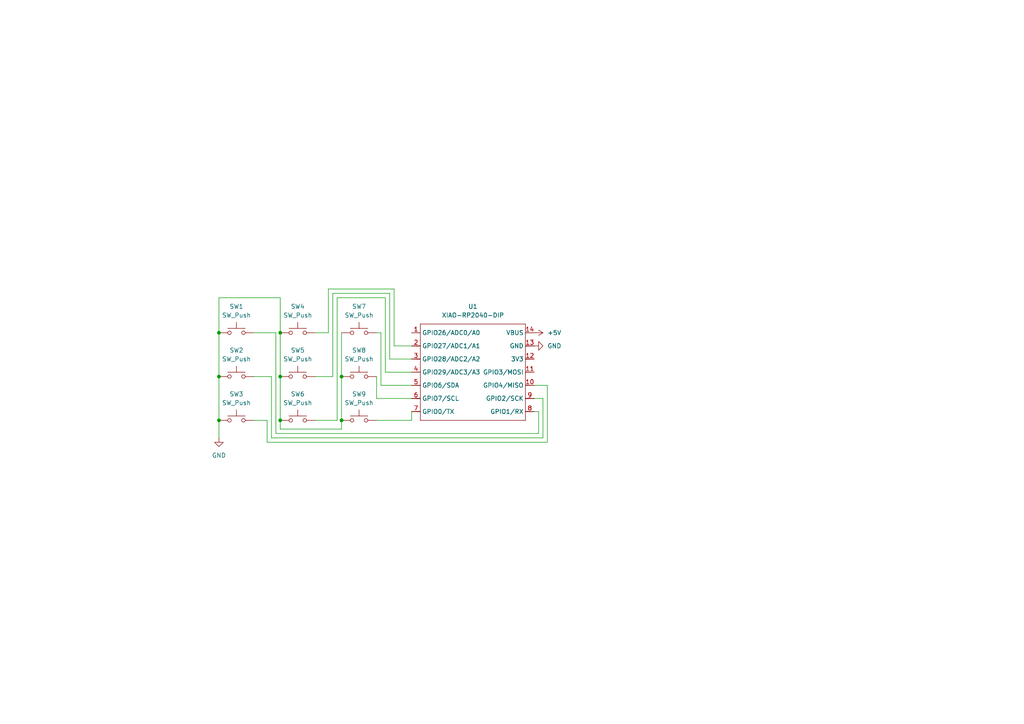
<source format=kicad_sch>
(kicad_sch
	(version 20250114)
	(generator "eeschema")
	(generator_version "9.0")
	(uuid "bfc1b103-02df-4bdc-b467-a203cb055a5b")
	(paper "A4")
	(lib_symbols
		(symbol "Seeed_Studio_XIAO_Series:XIAO-RP2040-DIP"
			(exclude_from_sim no)
			(in_bom yes)
			(on_board yes)
			(property "Reference" "U"
				(at 0 0 0)
				(effects
					(font
						(size 1.27 1.27)
					)
				)
			)
			(property "Value" "XIAO-RP2040-DIP"
				(at 5.334 -1.778 0)
				(effects
					(font
						(size 1.27 1.27)
					)
				)
			)
			(property "Footprint" "Module:MOUDLE14P-XIAO-DIP-SMD"
				(at 14.478 -32.258 0)
				(effects
					(font
						(size 1.27 1.27)
					)
					(hide yes)
				)
			)
			(property "Datasheet" ""
				(at 0 0 0)
				(effects
					(font
						(size 1.27 1.27)
					)
					(hide yes)
				)
			)
			(property "Description" ""
				(at 0 0 0)
				(effects
					(font
						(size 1.27 1.27)
					)
					(hide yes)
				)
			)
			(symbol "XIAO-RP2040-DIP_1_0"
				(polyline
					(pts
						(xy -1.27 -2.54) (xy 29.21 -2.54)
					)
					(stroke
						(width 0.1524)
						(type solid)
					)
					(fill
						(type none)
					)
				)
				(polyline
					(pts
						(xy -1.27 -5.08) (xy -2.54 -5.08)
					)
					(stroke
						(width 0.1524)
						(type solid)
					)
					(fill
						(type none)
					)
				)
				(polyline
					(pts
						(xy -1.27 -5.08) (xy -1.27 -2.54)
					)
					(stroke
						(width 0.1524)
						(type solid)
					)
					(fill
						(type none)
					)
				)
				(polyline
					(pts
						(xy -1.27 -8.89) (xy -2.54 -8.89)
					)
					(stroke
						(width 0.1524)
						(type solid)
					)
					(fill
						(type none)
					)
				)
				(polyline
					(pts
						(xy -1.27 -8.89) (xy -1.27 -5.08)
					)
					(stroke
						(width 0.1524)
						(type solid)
					)
					(fill
						(type none)
					)
				)
				(polyline
					(pts
						(xy -1.27 -12.7) (xy -2.54 -12.7)
					)
					(stroke
						(width 0.1524)
						(type solid)
					)
					(fill
						(type none)
					)
				)
				(polyline
					(pts
						(xy -1.27 -12.7) (xy -1.27 -8.89)
					)
					(stroke
						(width 0.1524)
						(type solid)
					)
					(fill
						(type none)
					)
				)
				(polyline
					(pts
						(xy -1.27 -16.51) (xy -2.54 -16.51)
					)
					(stroke
						(width 0.1524)
						(type solid)
					)
					(fill
						(type none)
					)
				)
				(polyline
					(pts
						(xy -1.27 -16.51) (xy -1.27 -12.7)
					)
					(stroke
						(width 0.1524)
						(type solid)
					)
					(fill
						(type none)
					)
				)
				(polyline
					(pts
						(xy -1.27 -20.32) (xy -2.54 -20.32)
					)
					(stroke
						(width 0.1524)
						(type solid)
					)
					(fill
						(type none)
					)
				)
				(polyline
					(pts
						(xy -1.27 -24.13) (xy -2.54 -24.13)
					)
					(stroke
						(width 0.1524)
						(type solid)
					)
					(fill
						(type none)
					)
				)
				(polyline
					(pts
						(xy -1.27 -27.94) (xy -2.54 -27.94)
					)
					(stroke
						(width 0.1524)
						(type solid)
					)
					(fill
						(type none)
					)
				)
				(polyline
					(pts
						(xy -1.27 -30.48) (xy -1.27 -16.51)
					)
					(stroke
						(width 0.1524)
						(type solid)
					)
					(fill
						(type none)
					)
				)
				(polyline
					(pts
						(xy 29.21 -2.54) (xy 29.21 -5.08)
					)
					(stroke
						(width 0.1524)
						(type solid)
					)
					(fill
						(type none)
					)
				)
				(polyline
					(pts
						(xy 29.21 -5.08) (xy 29.21 -8.89)
					)
					(stroke
						(width 0.1524)
						(type solid)
					)
					(fill
						(type none)
					)
				)
				(polyline
					(pts
						(xy 29.21 -8.89) (xy 29.21 -12.7)
					)
					(stroke
						(width 0.1524)
						(type solid)
					)
					(fill
						(type none)
					)
				)
				(polyline
					(pts
						(xy 29.21 -12.7) (xy 29.21 -30.48)
					)
					(stroke
						(width 0.1524)
						(type solid)
					)
					(fill
						(type none)
					)
				)
				(polyline
					(pts
						(xy 29.21 -30.48) (xy -1.27 -30.48)
					)
					(stroke
						(width 0.1524)
						(type solid)
					)
					(fill
						(type none)
					)
				)
				(polyline
					(pts
						(xy 30.48 -5.08) (xy 29.21 -5.08)
					)
					(stroke
						(width 0.1524)
						(type solid)
					)
					(fill
						(type none)
					)
				)
				(polyline
					(pts
						(xy 30.48 -8.89) (xy 29.21 -8.89)
					)
					(stroke
						(width 0.1524)
						(type solid)
					)
					(fill
						(type none)
					)
				)
				(polyline
					(pts
						(xy 30.48 -12.7) (xy 29.21 -12.7)
					)
					(stroke
						(width 0.1524)
						(type solid)
					)
					(fill
						(type none)
					)
				)
				(polyline
					(pts
						(xy 30.48 -16.51) (xy 29.21 -16.51)
					)
					(stroke
						(width 0.1524)
						(type solid)
					)
					(fill
						(type none)
					)
				)
				(polyline
					(pts
						(xy 30.48 -20.32) (xy 29.21 -20.32)
					)
					(stroke
						(width 0.1524)
						(type solid)
					)
					(fill
						(type none)
					)
				)
				(polyline
					(pts
						(xy 30.48 -24.13) (xy 29.21 -24.13)
					)
					(stroke
						(width 0.1524)
						(type solid)
					)
					(fill
						(type none)
					)
				)
				(polyline
					(pts
						(xy 30.48 -27.94) (xy 29.21 -27.94)
					)
					(stroke
						(width 0.1524)
						(type solid)
					)
					(fill
						(type none)
					)
				)
				(pin passive line
					(at -3.81 -5.08 0)
					(length 2.54)
					(name "GPIO26/ADC0/A0"
						(effects
							(font
								(size 1.27 1.27)
							)
						)
					)
					(number "1"
						(effects
							(font
								(size 1.27 1.27)
							)
						)
					)
				)
				(pin passive line
					(at -3.81 -8.89 0)
					(length 2.54)
					(name "GPIO27/ADC1/A1"
						(effects
							(font
								(size 1.27 1.27)
							)
						)
					)
					(number "2"
						(effects
							(font
								(size 1.27 1.27)
							)
						)
					)
				)
				(pin passive line
					(at -3.81 -12.7 0)
					(length 2.54)
					(name "GPIO28/ADC2/A2"
						(effects
							(font
								(size 1.27 1.27)
							)
						)
					)
					(number "3"
						(effects
							(font
								(size 1.27 1.27)
							)
						)
					)
				)
				(pin passive line
					(at -3.81 -16.51 0)
					(length 2.54)
					(name "GPIO29/ADC3/A3"
						(effects
							(font
								(size 1.27 1.27)
							)
						)
					)
					(number "4"
						(effects
							(font
								(size 1.27 1.27)
							)
						)
					)
				)
				(pin passive line
					(at -3.81 -20.32 0)
					(length 2.54)
					(name "GPIO6/SDA"
						(effects
							(font
								(size 1.27 1.27)
							)
						)
					)
					(number "5"
						(effects
							(font
								(size 1.27 1.27)
							)
						)
					)
				)
				(pin passive line
					(at -3.81 -24.13 0)
					(length 2.54)
					(name "GPIO7/SCL"
						(effects
							(font
								(size 1.27 1.27)
							)
						)
					)
					(number "6"
						(effects
							(font
								(size 1.27 1.27)
							)
						)
					)
				)
				(pin passive line
					(at -3.81 -27.94 0)
					(length 2.54)
					(name "GPIO0/TX"
						(effects
							(font
								(size 1.27 1.27)
							)
						)
					)
					(number "7"
						(effects
							(font
								(size 1.27 1.27)
							)
						)
					)
				)
				(pin passive line
					(at 31.75 -5.08 180)
					(length 2.54)
					(name "VBUS"
						(effects
							(font
								(size 1.27 1.27)
							)
						)
					)
					(number "14"
						(effects
							(font
								(size 1.27 1.27)
							)
						)
					)
				)
				(pin passive line
					(at 31.75 -8.89 180)
					(length 2.54)
					(name "GND"
						(effects
							(font
								(size 1.27 1.27)
							)
						)
					)
					(number "13"
						(effects
							(font
								(size 1.27 1.27)
							)
						)
					)
				)
				(pin passive line
					(at 31.75 -12.7 180)
					(length 2.54)
					(name "3V3"
						(effects
							(font
								(size 1.27 1.27)
							)
						)
					)
					(number "12"
						(effects
							(font
								(size 1.27 1.27)
							)
						)
					)
				)
				(pin passive line
					(at 31.75 -16.51 180)
					(length 2.54)
					(name "GPIO3/MOSI"
						(effects
							(font
								(size 1.27 1.27)
							)
						)
					)
					(number "11"
						(effects
							(font
								(size 1.27 1.27)
							)
						)
					)
				)
				(pin passive line
					(at 31.75 -20.32 180)
					(length 2.54)
					(name "GPIO4/MISO"
						(effects
							(font
								(size 1.27 1.27)
							)
						)
					)
					(number "10"
						(effects
							(font
								(size 1.27 1.27)
							)
						)
					)
				)
				(pin passive line
					(at 31.75 -24.13 180)
					(length 2.54)
					(name "GPIO2/SCK"
						(effects
							(font
								(size 1.27 1.27)
							)
						)
					)
					(number "9"
						(effects
							(font
								(size 1.27 1.27)
							)
						)
					)
				)
				(pin passive line
					(at 31.75 -27.94 180)
					(length 2.54)
					(name "GPIO1/RX"
						(effects
							(font
								(size 1.27 1.27)
							)
						)
					)
					(number "8"
						(effects
							(font
								(size 1.27 1.27)
							)
						)
					)
				)
			)
			(embedded_fonts no)
		)
		(symbol "Switch:SW_Push"
			(pin_numbers
				(hide yes)
			)
			(pin_names
				(offset 1.016)
				(hide yes)
			)
			(exclude_from_sim no)
			(in_bom yes)
			(on_board yes)
			(property "Reference" "SW"
				(at 1.27 2.54 0)
				(effects
					(font
						(size 1.27 1.27)
					)
					(justify left)
				)
			)
			(property "Value" "SW_Push"
				(at 0 -1.524 0)
				(effects
					(font
						(size 1.27 1.27)
					)
				)
			)
			(property "Footprint" ""
				(at 0 5.08 0)
				(effects
					(font
						(size 1.27 1.27)
					)
					(hide yes)
				)
			)
			(property "Datasheet" "~"
				(at 0 5.08 0)
				(effects
					(font
						(size 1.27 1.27)
					)
					(hide yes)
				)
			)
			(property "Description" "Push button switch, generic, two pins"
				(at 0 0 0)
				(effects
					(font
						(size 1.27 1.27)
					)
					(hide yes)
				)
			)
			(property "ki_keywords" "switch normally-open pushbutton push-button"
				(at 0 0 0)
				(effects
					(font
						(size 1.27 1.27)
					)
					(hide yes)
				)
			)
			(symbol "SW_Push_0_1"
				(circle
					(center -2.032 0)
					(radius 0.508)
					(stroke
						(width 0)
						(type default)
					)
					(fill
						(type none)
					)
				)
				(polyline
					(pts
						(xy 0 1.27) (xy 0 3.048)
					)
					(stroke
						(width 0)
						(type default)
					)
					(fill
						(type none)
					)
				)
				(circle
					(center 2.032 0)
					(radius 0.508)
					(stroke
						(width 0)
						(type default)
					)
					(fill
						(type none)
					)
				)
				(polyline
					(pts
						(xy 2.54 1.27) (xy -2.54 1.27)
					)
					(stroke
						(width 0)
						(type default)
					)
					(fill
						(type none)
					)
				)
				(pin passive line
					(at -5.08 0 0)
					(length 2.54)
					(name "1"
						(effects
							(font
								(size 1.27 1.27)
							)
						)
					)
					(number "1"
						(effects
							(font
								(size 1.27 1.27)
							)
						)
					)
				)
				(pin passive line
					(at 5.08 0 180)
					(length 2.54)
					(name "2"
						(effects
							(font
								(size 1.27 1.27)
							)
						)
					)
					(number "2"
						(effects
							(font
								(size 1.27 1.27)
							)
						)
					)
				)
			)
			(embedded_fonts no)
		)
		(symbol "power:+5V"
			(power)
			(pin_numbers
				(hide yes)
			)
			(pin_names
				(offset 0)
				(hide yes)
			)
			(exclude_from_sim no)
			(in_bom yes)
			(on_board yes)
			(property "Reference" "#PWR"
				(at 0 -3.81 0)
				(effects
					(font
						(size 1.27 1.27)
					)
					(hide yes)
				)
			)
			(property "Value" "+5V"
				(at 0 3.556 0)
				(effects
					(font
						(size 1.27 1.27)
					)
				)
			)
			(property "Footprint" ""
				(at 0 0 0)
				(effects
					(font
						(size 1.27 1.27)
					)
					(hide yes)
				)
			)
			(property "Datasheet" ""
				(at 0 0 0)
				(effects
					(font
						(size 1.27 1.27)
					)
					(hide yes)
				)
			)
			(property "Description" "Power symbol creates a global label with name \"+5V\""
				(at 0 0 0)
				(effects
					(font
						(size 1.27 1.27)
					)
					(hide yes)
				)
			)
			(property "ki_keywords" "global power"
				(at 0 0 0)
				(effects
					(font
						(size 1.27 1.27)
					)
					(hide yes)
				)
			)
			(symbol "+5V_0_1"
				(polyline
					(pts
						(xy -0.762 1.27) (xy 0 2.54)
					)
					(stroke
						(width 0)
						(type default)
					)
					(fill
						(type none)
					)
				)
				(polyline
					(pts
						(xy 0 2.54) (xy 0.762 1.27)
					)
					(stroke
						(width 0)
						(type default)
					)
					(fill
						(type none)
					)
				)
				(polyline
					(pts
						(xy 0 0) (xy 0 2.54)
					)
					(stroke
						(width 0)
						(type default)
					)
					(fill
						(type none)
					)
				)
			)
			(symbol "+5V_1_1"
				(pin power_in line
					(at 0 0 90)
					(length 0)
					(name "~"
						(effects
							(font
								(size 1.27 1.27)
							)
						)
					)
					(number "1"
						(effects
							(font
								(size 1.27 1.27)
							)
						)
					)
				)
			)
			(embedded_fonts no)
		)
		(symbol "power:GND"
			(power)
			(pin_numbers
				(hide yes)
			)
			(pin_names
				(offset 0)
				(hide yes)
			)
			(exclude_from_sim no)
			(in_bom yes)
			(on_board yes)
			(property "Reference" "#PWR"
				(at 0 -6.35 0)
				(effects
					(font
						(size 1.27 1.27)
					)
					(hide yes)
				)
			)
			(property "Value" "GND"
				(at 0 -3.81 0)
				(effects
					(font
						(size 1.27 1.27)
					)
				)
			)
			(property "Footprint" ""
				(at 0 0 0)
				(effects
					(font
						(size 1.27 1.27)
					)
					(hide yes)
				)
			)
			(property "Datasheet" ""
				(at 0 0 0)
				(effects
					(font
						(size 1.27 1.27)
					)
					(hide yes)
				)
			)
			(property "Description" "Power symbol creates a global label with name \"GND\" , ground"
				(at 0 0 0)
				(effects
					(font
						(size 1.27 1.27)
					)
					(hide yes)
				)
			)
			(property "ki_keywords" "global power"
				(at 0 0 0)
				(effects
					(font
						(size 1.27 1.27)
					)
					(hide yes)
				)
			)
			(symbol "GND_0_1"
				(polyline
					(pts
						(xy 0 0) (xy 0 -1.27) (xy 1.27 -1.27) (xy 0 -2.54) (xy -1.27 -1.27) (xy 0 -1.27)
					)
					(stroke
						(width 0)
						(type default)
					)
					(fill
						(type none)
					)
				)
			)
			(symbol "GND_1_1"
				(pin power_in line
					(at 0 0 270)
					(length 0)
					(name "~"
						(effects
							(font
								(size 1.27 1.27)
							)
						)
					)
					(number "1"
						(effects
							(font
								(size 1.27 1.27)
							)
						)
					)
				)
			)
			(embedded_fonts no)
		)
	)
	(junction
		(at 81.28 96.52)
		(diameter 0)
		(color 0 0 0 0)
		(uuid "350f2f22-7b6d-4c15-9b5f-ee1b4541c63e")
	)
	(junction
		(at 99.06 109.22)
		(diameter 0)
		(color 0 0 0 0)
		(uuid "3831e9ea-da60-449b-89fb-8f1d93746949")
	)
	(junction
		(at 81.28 121.92)
		(diameter 0)
		(color 0 0 0 0)
		(uuid "413ad1ea-b284-461d-88b8-ca9078766fc3")
	)
	(junction
		(at 99.06 121.92)
		(diameter 0)
		(color 0 0 0 0)
		(uuid "8b10e05d-120a-4db5-a535-cc63594a014f")
	)
	(junction
		(at 63.5 109.22)
		(diameter 0)
		(color 0 0 0 0)
		(uuid "b2da5518-7acc-42b0-a202-dd596fd7b13f")
	)
	(junction
		(at 63.5 121.92)
		(diameter 0)
		(color 0 0 0 0)
		(uuid "b51611a8-8b71-4c72-a693-d0ce81c491e2")
	)
	(junction
		(at 63.5 96.52)
		(diameter 0)
		(color 0 0 0 0)
		(uuid "c3bb1a98-1aa8-4488-863a-685501bd4e6d")
	)
	(junction
		(at 81.28 109.22)
		(diameter 0)
		(color 0 0 0 0)
		(uuid "ef538858-1d0c-44d6-9e9a-c76eaac0b822")
	)
	(wire
		(pts
			(xy 156.21 119.38) (xy 154.94 119.38)
		)
		(stroke
			(width 0)
			(type default)
		)
		(uuid "04438a45-f744-44e8-a479-2a12acb86bfa")
	)
	(wire
		(pts
			(xy 80.01 125.73) (xy 156.21 125.73)
		)
		(stroke
			(width 0)
			(type default)
		)
		(uuid "067b5234-1376-4504-af0f-2955c27664c6")
	)
	(wire
		(pts
			(xy 111.76 86.36) (xy 111.76 107.95)
		)
		(stroke
			(width 0)
			(type default)
		)
		(uuid "08ae2e67-e74c-434e-93c8-5aade03559f6")
	)
	(wire
		(pts
			(xy 63.5 96.52) (xy 63.5 109.22)
		)
		(stroke
			(width 0)
			(type default)
		)
		(uuid "12a7346d-5b1e-40f4-b5e7-c19072473d2a")
	)
	(wire
		(pts
			(xy 99.06 96.52) (xy 99.06 109.22)
		)
		(stroke
			(width 0)
			(type default)
		)
		(uuid "132d7d8a-7156-4ad7-9f63-c3b630daf4b5")
	)
	(wire
		(pts
			(xy 99.06 124.46) (xy 81.28 124.46)
		)
		(stroke
			(width 0)
			(type default)
		)
		(uuid "19430891-e408-4262-b3be-8408ba9d33b9")
	)
	(wire
		(pts
			(xy 78.74 109.22) (xy 78.74 127)
		)
		(stroke
			(width 0)
			(type default)
		)
		(uuid "1d445fc7-b180-44b6-bb5c-1b503f4097a4")
	)
	(wire
		(pts
			(xy 91.44 109.22) (xy 96.52 109.22)
		)
		(stroke
			(width 0)
			(type default)
		)
		(uuid "23ce3341-62ac-4a2f-b1cc-cdc76162d47b")
	)
	(wire
		(pts
			(xy 110.49 111.76) (xy 119.38 111.76)
		)
		(stroke
			(width 0)
			(type default)
		)
		(uuid "24c0511b-84a0-48f7-8690-f353e879623c")
	)
	(wire
		(pts
			(xy 73.66 121.92) (xy 77.47 121.92)
		)
		(stroke
			(width 0)
			(type default)
		)
		(uuid "2671e3a5-e7f0-460b-995f-27b263cfb0b9")
	)
	(wire
		(pts
			(xy 78.74 127) (xy 157.48 127)
		)
		(stroke
			(width 0)
			(type default)
		)
		(uuid "2977be92-c533-44fe-812e-114528301a42")
	)
	(wire
		(pts
			(xy 96.52 109.22) (xy 96.52 85.09)
		)
		(stroke
			(width 0)
			(type default)
		)
		(uuid "2ee8de92-fe85-486a-9991-9056e015a1ff")
	)
	(wire
		(pts
			(xy 63.5 86.36) (xy 63.5 96.52)
		)
		(stroke
			(width 0)
			(type default)
		)
		(uuid "2f1a9cb1-dd58-4e7c-adb4-4504a2e14206")
	)
	(wire
		(pts
			(xy 81.28 109.22) (xy 81.28 96.52)
		)
		(stroke
			(width 0)
			(type default)
		)
		(uuid "313f1b8e-0e6f-48e0-b24d-0a1bf4314103")
	)
	(wire
		(pts
			(xy 80.01 96.52) (xy 80.01 125.73)
		)
		(stroke
			(width 0)
			(type default)
		)
		(uuid "3271bc74-6e9b-45fc-a383-411ae15e457c")
	)
	(wire
		(pts
			(xy 73.66 96.52) (xy 80.01 96.52)
		)
		(stroke
			(width 0)
			(type default)
		)
		(uuid "38a091ab-4b66-4fd8-8468-a0c25df940b7")
	)
	(wire
		(pts
			(xy 109.22 121.92) (xy 119.38 121.92)
		)
		(stroke
			(width 0)
			(type default)
		)
		(uuid "3f11142f-57b7-4357-9176-c59886c10d04")
	)
	(wire
		(pts
			(xy 114.3 100.33) (xy 119.38 100.33)
		)
		(stroke
			(width 0)
			(type default)
		)
		(uuid "41671b0a-9947-4620-ae9b-cae33f5d7d76")
	)
	(wire
		(pts
			(xy 99.06 109.22) (xy 99.06 121.92)
		)
		(stroke
			(width 0)
			(type default)
		)
		(uuid "45e62d88-36b6-4d67-a4b7-4767fc427476")
	)
	(wire
		(pts
			(xy 97.79 86.36) (xy 111.76 86.36)
		)
		(stroke
			(width 0)
			(type default)
		)
		(uuid "5de7faa7-fc66-4423-b0c2-843366f14158")
	)
	(wire
		(pts
			(xy 91.44 96.52) (xy 95.25 96.52)
		)
		(stroke
			(width 0)
			(type default)
		)
		(uuid "6089c9c5-b63c-47b9-8a9d-c8c4e408faf0")
	)
	(wire
		(pts
			(xy 157.48 127) (xy 157.48 115.57)
		)
		(stroke
			(width 0)
			(type default)
		)
		(uuid "64e8414f-b3c1-44ac-ac16-17021787c8c8")
	)
	(wire
		(pts
			(xy 158.75 111.76) (xy 154.94 111.76)
		)
		(stroke
			(width 0)
			(type default)
		)
		(uuid "6537fd16-c80d-4cf9-8c46-65f8efc752cc")
	)
	(wire
		(pts
			(xy 119.38 121.92) (xy 119.38 119.38)
		)
		(stroke
			(width 0)
			(type default)
		)
		(uuid "674cba29-3594-4f4e-b1af-fde13d14fa15")
	)
	(wire
		(pts
			(xy 81.28 121.92) (xy 81.28 109.22)
		)
		(stroke
			(width 0)
			(type default)
		)
		(uuid "6d6615d4-d944-455e-b0c6-b33133e3e69a")
	)
	(wire
		(pts
			(xy 99.06 121.92) (xy 99.06 124.46)
		)
		(stroke
			(width 0)
			(type default)
		)
		(uuid "707384c7-672e-424e-96db-9b883cd21dde")
	)
	(wire
		(pts
			(xy 97.79 121.92) (xy 97.79 86.36)
		)
		(stroke
			(width 0)
			(type default)
		)
		(uuid "73e61b92-669e-48ab-9ce9-6c2273a41424")
	)
	(wire
		(pts
			(xy 114.3 83.82) (xy 114.3 100.33)
		)
		(stroke
			(width 0)
			(type default)
		)
		(uuid "85464d15-3aaf-4068-8011-6f56785ce11f")
	)
	(wire
		(pts
			(xy 73.66 109.22) (xy 78.74 109.22)
		)
		(stroke
			(width 0)
			(type default)
		)
		(uuid "8afedc91-cfb3-440e-b93c-738e4ce2ed64")
	)
	(wire
		(pts
			(xy 96.52 85.09) (xy 113.03 85.09)
		)
		(stroke
			(width 0)
			(type default)
		)
		(uuid "9a1e7d31-acdd-4086-a207-e8be80c9b4cc")
	)
	(wire
		(pts
			(xy 77.47 128.27) (xy 158.75 128.27)
		)
		(stroke
			(width 0)
			(type default)
		)
		(uuid "9afc4f9f-5ae7-4dd9-bc3a-f32ea4a36097")
	)
	(wire
		(pts
			(xy 95.25 83.82) (xy 114.3 83.82)
		)
		(stroke
			(width 0)
			(type default)
		)
		(uuid "9f2aa6a8-692a-4e31-9889-41e39cbb00a9")
	)
	(wire
		(pts
			(xy 157.48 115.57) (xy 154.94 115.57)
		)
		(stroke
			(width 0)
			(type default)
		)
		(uuid "9f722ec6-1f13-4576-a7f0-7ffba94ced5f")
	)
	(wire
		(pts
			(xy 77.47 121.92) (xy 77.47 128.27)
		)
		(stroke
			(width 0)
			(type default)
		)
		(uuid "a352cdd4-c5d3-4166-a9a3-f2246b0ce78e")
	)
	(wire
		(pts
			(xy 81.28 124.46) (xy 81.28 121.92)
		)
		(stroke
			(width 0)
			(type default)
		)
		(uuid "aa166f44-babf-4f2c-a412-6434dfdaaa1a")
	)
	(wire
		(pts
			(xy 81.28 96.52) (xy 81.28 86.36)
		)
		(stroke
			(width 0)
			(type default)
		)
		(uuid "b3c044f9-7167-403e-bb27-3c3623f2ab37")
	)
	(wire
		(pts
			(xy 63.5 121.92) (xy 63.5 127)
		)
		(stroke
			(width 0)
			(type default)
		)
		(uuid "b81e2fc5-f3e1-4e01-9499-a58f116339e2")
	)
	(wire
		(pts
			(xy 109.22 96.52) (xy 110.49 96.52)
		)
		(stroke
			(width 0)
			(type default)
		)
		(uuid "b850986f-033d-4e44-9507-9ec0d19713bd")
	)
	(wire
		(pts
			(xy 156.21 125.73) (xy 156.21 119.38)
		)
		(stroke
			(width 0)
			(type default)
		)
		(uuid "bbf03dfe-f260-4e43-8ab3-32548c33eb2d")
	)
	(wire
		(pts
			(xy 63.5 109.22) (xy 63.5 121.92)
		)
		(stroke
			(width 0)
			(type default)
		)
		(uuid "bcd8b0cd-f7af-4121-ab13-e91f501c8a7e")
	)
	(wire
		(pts
			(xy 81.28 86.36) (xy 63.5 86.36)
		)
		(stroke
			(width 0)
			(type default)
		)
		(uuid "c45f0358-4599-42ff-a9dd-ad91987e0ef3")
	)
	(wire
		(pts
			(xy 113.03 104.14) (xy 119.38 104.14)
		)
		(stroke
			(width 0)
			(type default)
		)
		(uuid "cf22dec8-97ec-425f-a4be-3dcb61c0788f")
	)
	(wire
		(pts
			(xy 95.25 96.52) (xy 95.25 83.82)
		)
		(stroke
			(width 0)
			(type default)
		)
		(uuid "d5dbaee6-40d6-439d-822c-33fe6e6132e3")
	)
	(wire
		(pts
			(xy 158.75 128.27) (xy 158.75 111.76)
		)
		(stroke
			(width 0)
			(type default)
		)
		(uuid "da41c68d-c870-4aac-b7f1-b4aec7ded50d")
	)
	(wire
		(pts
			(xy 109.22 115.57) (xy 119.38 115.57)
		)
		(stroke
			(width 0)
			(type default)
		)
		(uuid "dc9358aa-efeb-4668-b546-2d0aaacec293")
	)
	(wire
		(pts
			(xy 110.49 96.52) (xy 110.49 111.76)
		)
		(stroke
			(width 0)
			(type default)
		)
		(uuid "e48d99a9-60cc-40c4-a4de-11d94cf99794")
	)
	(wire
		(pts
			(xy 91.44 121.92) (xy 97.79 121.92)
		)
		(stroke
			(width 0)
			(type default)
		)
		(uuid "e551d103-b6eb-4453-b49d-ac1800f3be1d")
	)
	(wire
		(pts
			(xy 111.76 107.95) (xy 119.38 107.95)
		)
		(stroke
			(width 0)
			(type default)
		)
		(uuid "ed746a06-8eb5-4554-b45f-07e2511450f5")
	)
	(wire
		(pts
			(xy 109.22 109.22) (xy 109.22 115.57)
		)
		(stroke
			(width 0)
			(type default)
		)
		(uuid "f31caef2-c1e5-42bf-9895-745bee0eb18e")
	)
	(wire
		(pts
			(xy 113.03 85.09) (xy 113.03 104.14)
		)
		(stroke
			(width 0)
			(type default)
		)
		(uuid "f774d205-8dfb-4dff-8c86-89b6912eb281")
	)
	(symbol
		(lib_id "Switch:SW_Push")
		(at 86.36 121.92 0)
		(unit 1)
		(exclude_from_sim no)
		(in_bom yes)
		(on_board yes)
		(dnp no)
		(fields_autoplaced yes)
		(uuid "32c84c12-024f-4a96-9947-ede0bbaaa60c")
		(property "Reference" "SW6"
			(at 86.36 114.3 0)
			(effects
				(font
					(size 1.27 1.27)
				)
			)
		)
		(property "Value" "SW_Push"
			(at 86.36 116.84 0)
			(effects
				(font
					(size 1.27 1.27)
				)
			)
		)
		(property "Footprint" "Button_Switch_Keyboard:SW_Cherry_MX_1.00u_PCB"
			(at 86.36 116.84 0)
			(effects
				(font
					(size 1.27 1.27)
				)
				(hide yes)
			)
		)
		(property "Datasheet" "~"
			(at 86.36 116.84 0)
			(effects
				(font
					(size 1.27 1.27)
				)
				(hide yes)
			)
		)
		(property "Description" "Push button switch, generic, two pins"
			(at 86.36 121.92 0)
			(effects
				(font
					(size 1.27 1.27)
				)
				(hide yes)
			)
		)
		(pin "2"
			(uuid "adbc6cc5-1ea8-4f0d-86e2-a709d68e15ca")
		)
		(pin "1"
			(uuid "af91c185-1409-4b77-b013-ff757909d01a")
		)
		(instances
			(project ""
				(path "/bfc1b103-02df-4bdc-b467-a203cb055a5b"
					(reference "SW6")
					(unit 1)
				)
			)
		)
	)
	(symbol
		(lib_id "Switch:SW_Push")
		(at 86.36 109.22 0)
		(unit 1)
		(exclude_from_sim no)
		(in_bom yes)
		(on_board yes)
		(dnp no)
		(fields_autoplaced yes)
		(uuid "3ace40f9-f653-4b29-bd2e-ac51b5b5d94a")
		(property "Reference" "SW5"
			(at 86.36 101.6 0)
			(effects
				(font
					(size 1.27 1.27)
				)
			)
		)
		(property "Value" "SW_Push"
			(at 86.36 104.14 0)
			(effects
				(font
					(size 1.27 1.27)
				)
			)
		)
		(property "Footprint" "Button_Switch_Keyboard:SW_Cherry_MX_1.00u_PCB"
			(at 86.36 104.14 0)
			(effects
				(font
					(size 1.27 1.27)
				)
				(hide yes)
			)
		)
		(property "Datasheet" "~"
			(at 86.36 104.14 0)
			(effects
				(font
					(size 1.27 1.27)
				)
				(hide yes)
			)
		)
		(property "Description" "Push button switch, generic, two pins"
			(at 86.36 109.22 0)
			(effects
				(font
					(size 1.27 1.27)
				)
				(hide yes)
			)
		)
		(pin "2"
			(uuid "adbc6cc5-1ea8-4f0d-86e2-a709d68e15cb")
		)
		(pin "1"
			(uuid "af91c185-1409-4b77-b013-ff757909d01b")
		)
		(instances
			(project ""
				(path "/bfc1b103-02df-4bdc-b467-a203cb055a5b"
					(reference "SW5")
					(unit 1)
				)
			)
		)
	)
	(symbol
		(lib_id "power:+5V")
		(at 154.94 96.52 270)
		(unit 1)
		(exclude_from_sim no)
		(in_bom yes)
		(on_board yes)
		(dnp no)
		(fields_autoplaced yes)
		(uuid "3f3ec48b-c25c-45e3-9256-e84ba7d4a988")
		(property "Reference" "#PWR03"
			(at 151.13 96.52 0)
			(effects
				(font
					(size 1.27 1.27)
				)
				(hide yes)
			)
		)
		(property "Value" "+5V"
			(at 158.75 96.5199 90)
			(effects
				(font
					(size 1.27 1.27)
				)
				(justify left)
			)
		)
		(property "Footprint" ""
			(at 154.94 96.52 0)
			(effects
				(font
					(size 1.27 1.27)
				)
				(hide yes)
			)
		)
		(property "Datasheet" ""
			(at 154.94 96.52 0)
			(effects
				(font
					(size 1.27 1.27)
				)
				(hide yes)
			)
		)
		(property "Description" "Power symbol creates a global label with name \"+5V\""
			(at 154.94 96.52 0)
			(effects
				(font
					(size 1.27 1.27)
				)
				(hide yes)
			)
		)
		(pin "1"
			(uuid "801d63f2-8a3b-4765-9a10-82aebd20331a")
		)
		(instances
			(project ""
				(path "/bfc1b103-02df-4bdc-b467-a203cb055a5b"
					(reference "#PWR03")
					(unit 1)
				)
			)
		)
	)
	(symbol
		(lib_id "power:GND")
		(at 154.94 100.33 90)
		(unit 1)
		(exclude_from_sim no)
		(in_bom yes)
		(on_board yes)
		(dnp no)
		(fields_autoplaced yes)
		(uuid "411be9ed-2af6-4adf-b8de-9ec9060bcb8f")
		(property "Reference" "#PWR02"
			(at 161.29 100.33 0)
			(effects
				(font
					(size 1.27 1.27)
				)
				(hide yes)
			)
		)
		(property "Value" "GND"
			(at 158.75 100.3299 90)
			(effects
				(font
					(size 1.27 1.27)
				)
				(justify right)
			)
		)
		(property "Footprint" ""
			(at 154.94 100.33 0)
			(effects
				(font
					(size 1.27 1.27)
				)
				(hide yes)
			)
		)
		(property "Datasheet" ""
			(at 154.94 100.33 0)
			(effects
				(font
					(size 1.27 1.27)
				)
				(hide yes)
			)
		)
		(property "Description" "Power symbol creates a global label with name \"GND\" , ground"
			(at 154.94 100.33 0)
			(effects
				(font
					(size 1.27 1.27)
				)
				(hide yes)
			)
		)
		(pin "1"
			(uuid "f31c54ff-ea97-447b-a383-c0429919414b")
		)
		(instances
			(project ""
				(path "/bfc1b103-02df-4bdc-b467-a203cb055a5b"
					(reference "#PWR02")
					(unit 1)
				)
			)
		)
	)
	(symbol
		(lib_id "Switch:SW_Push")
		(at 68.58 109.22 0)
		(unit 1)
		(exclude_from_sim no)
		(in_bom yes)
		(on_board yes)
		(dnp no)
		(fields_autoplaced yes)
		(uuid "516cdb8e-9fa5-4063-a6d7-3ec2d1e1b330")
		(property "Reference" "SW2"
			(at 68.58 101.6 0)
			(effects
				(font
					(size 1.27 1.27)
				)
			)
		)
		(property "Value" "SW_Push"
			(at 68.58 104.14 0)
			(effects
				(font
					(size 1.27 1.27)
				)
			)
		)
		(property "Footprint" "Button_Switch_Keyboard:SW_Cherry_MX_1.00u_PCB"
			(at 68.58 104.14 0)
			(effects
				(font
					(size 1.27 1.27)
				)
				(hide yes)
			)
		)
		(property "Datasheet" "~"
			(at 68.58 104.14 0)
			(effects
				(font
					(size 1.27 1.27)
				)
				(hide yes)
			)
		)
		(property "Description" "Push button switch, generic, two pins"
			(at 68.58 109.22 0)
			(effects
				(font
					(size 1.27 1.27)
				)
				(hide yes)
			)
		)
		(pin "1"
			(uuid "e360eea1-e43f-4d68-8785-b0a6312cfd5d")
		)
		(pin "2"
			(uuid "34f5ac39-86bb-4153-9680-cbe1c7e479bf")
		)
		(instances
			(project ""
				(path "/bfc1b103-02df-4bdc-b467-a203cb055a5b"
					(reference "SW2")
					(unit 1)
				)
			)
		)
	)
	(symbol
		(lib_id "Switch:SW_Push")
		(at 68.58 121.92 0)
		(unit 1)
		(exclude_from_sim no)
		(in_bom yes)
		(on_board yes)
		(dnp no)
		(fields_autoplaced yes)
		(uuid "6ebae058-77ae-4a8c-bd9c-d6c2b53d0fcf")
		(property "Reference" "SW3"
			(at 68.58 114.3 0)
			(effects
				(font
					(size 1.27 1.27)
				)
			)
		)
		(property "Value" "SW_Push"
			(at 68.58 116.84 0)
			(effects
				(font
					(size 1.27 1.27)
				)
			)
		)
		(property "Footprint" "Button_Switch_Keyboard:SW_Cherry_MX_1.00u_PCB"
			(at 68.58 116.84 0)
			(effects
				(font
					(size 1.27 1.27)
				)
				(hide yes)
			)
		)
		(property "Datasheet" "~"
			(at 68.58 116.84 0)
			(effects
				(font
					(size 1.27 1.27)
				)
				(hide yes)
			)
		)
		(property "Description" "Push button switch, generic, two pins"
			(at 68.58 121.92 0)
			(effects
				(font
					(size 1.27 1.27)
				)
				(hide yes)
			)
		)
		(pin "1"
			(uuid "e360eea1-e43f-4d68-8785-b0a6312cfd5e")
		)
		(pin "2"
			(uuid "34f5ac39-86bb-4153-9680-cbe1c7e479c0")
		)
		(instances
			(project ""
				(path "/bfc1b103-02df-4bdc-b467-a203cb055a5b"
					(reference "SW3")
					(unit 1)
				)
			)
		)
	)
	(symbol
		(lib_id "Switch:SW_Push")
		(at 104.14 96.52 0)
		(unit 1)
		(exclude_from_sim no)
		(in_bom yes)
		(on_board yes)
		(dnp no)
		(fields_autoplaced yes)
		(uuid "767478b4-fcfd-4ae0-b51a-00583af1f360")
		(property "Reference" "SW7"
			(at 104.14 88.9 0)
			(effects
				(font
					(size 1.27 1.27)
				)
			)
		)
		(property "Value" "SW_Push"
			(at 104.14 91.44 0)
			(effects
				(font
					(size 1.27 1.27)
				)
			)
		)
		(property "Footprint" "Button_Switch_Keyboard:SW_Cherry_MX_1.00u_PCB"
			(at 104.14 91.44 0)
			(effects
				(font
					(size 1.27 1.27)
				)
				(hide yes)
			)
		)
		(property "Datasheet" "~"
			(at 104.14 91.44 0)
			(effects
				(font
					(size 1.27 1.27)
				)
				(hide yes)
			)
		)
		(property "Description" "Push button switch, generic, two pins"
			(at 104.14 96.52 0)
			(effects
				(font
					(size 1.27 1.27)
				)
				(hide yes)
			)
		)
		(pin "2"
			(uuid "641394b5-db73-487b-8a99-76d777d9b124")
		)
		(pin "1"
			(uuid "e7858411-b254-4b3e-8356-20bfaf767d3f")
		)
		(instances
			(project ""
				(path "/bfc1b103-02df-4bdc-b467-a203cb055a5b"
					(reference "SW7")
					(unit 1)
				)
			)
		)
	)
	(symbol
		(lib_id "Switch:SW_Push")
		(at 86.36 96.52 0)
		(unit 1)
		(exclude_from_sim no)
		(in_bom yes)
		(on_board yes)
		(dnp no)
		(fields_autoplaced yes)
		(uuid "bc59af13-be98-4f5e-b61d-e5a05f89afd5")
		(property "Reference" "SW4"
			(at 86.36 88.9 0)
			(effects
				(font
					(size 1.27 1.27)
				)
			)
		)
		(property "Value" "SW_Push"
			(at 86.36 91.44 0)
			(effects
				(font
					(size 1.27 1.27)
				)
			)
		)
		(property "Footprint" "Button_Switch_Keyboard:SW_Cherry_MX_1.00u_PCB"
			(at 86.36 91.44 0)
			(effects
				(font
					(size 1.27 1.27)
				)
				(hide yes)
			)
		)
		(property "Datasheet" "~"
			(at 86.36 91.44 0)
			(effects
				(font
					(size 1.27 1.27)
				)
				(hide yes)
			)
		)
		(property "Description" "Push button switch, generic, two pins"
			(at 86.36 96.52 0)
			(effects
				(font
					(size 1.27 1.27)
				)
				(hide yes)
			)
		)
		(pin "2"
			(uuid "adbc6cc5-1ea8-4f0d-86e2-a709d68e15cc")
		)
		(pin "1"
			(uuid "af91c185-1409-4b77-b013-ff757909d01c")
		)
		(instances
			(project ""
				(path "/bfc1b103-02df-4bdc-b467-a203cb055a5b"
					(reference "SW4")
					(unit 1)
				)
			)
		)
	)
	(symbol
		(lib_id "Switch:SW_Push")
		(at 68.58 96.52 0)
		(unit 1)
		(exclude_from_sim no)
		(in_bom yes)
		(on_board yes)
		(dnp no)
		(uuid "be8df9b4-2a18-435f-a91e-217096b329e8")
		(property "Reference" "SW1"
			(at 68.58 88.9 0)
			(effects
				(font
					(size 1.27 1.27)
				)
			)
		)
		(property "Value" "SW_Push"
			(at 68.58 91.44 0)
			(effects
				(font
					(size 1.27 1.27)
				)
			)
		)
		(property "Footprint" "Button_Switch_Keyboard:SW_Cherry_MX_1.00u_PCB"
			(at 68.58 91.44 0)
			(effects
				(font
					(size 1.27 1.27)
				)
				(hide yes)
			)
		)
		(property "Datasheet" "~"
			(at 68.58 91.44 0)
			(effects
				(font
					(size 1.27 1.27)
				)
				(hide yes)
			)
		)
		(property "Description" "Push button switch, generic, two pins"
			(at 68.58 96.52 0)
			(effects
				(font
					(size 1.27 1.27)
				)
				(hide yes)
			)
		)
		(pin "2"
			(uuid "6d035ac6-7719-4f22-a977-12be7ac63220")
		)
		(pin "1"
			(uuid "90f6345d-d3ac-4b67-a83e-711fff68e947")
		)
		(instances
			(project ""
				(path "/bfc1b103-02df-4bdc-b467-a203cb055a5b"
					(reference "SW1")
					(unit 1)
				)
			)
		)
	)
	(symbol
		(lib_id "Switch:SW_Push")
		(at 104.14 109.22 0)
		(unit 1)
		(exclude_from_sim no)
		(in_bom yes)
		(on_board yes)
		(dnp no)
		(fields_autoplaced yes)
		(uuid "c3fc0900-d2d1-474f-b144-4e65aec21c1f")
		(property "Reference" "SW8"
			(at 104.14 101.6 0)
			(effects
				(font
					(size 1.27 1.27)
				)
			)
		)
		(property "Value" "SW_Push"
			(at 104.14 104.14 0)
			(effects
				(font
					(size 1.27 1.27)
				)
			)
		)
		(property "Footprint" "Button_Switch_Keyboard:SW_Cherry_MX_1.00u_PCB"
			(at 104.14 104.14 0)
			(effects
				(font
					(size 1.27 1.27)
				)
				(hide yes)
			)
		)
		(property "Datasheet" "~"
			(at 104.14 104.14 0)
			(effects
				(font
					(size 1.27 1.27)
				)
				(hide yes)
			)
		)
		(property "Description" "Push button switch, generic, two pins"
			(at 104.14 109.22 0)
			(effects
				(font
					(size 1.27 1.27)
				)
				(hide yes)
			)
		)
		(pin "2"
			(uuid "641394b5-db73-487b-8a99-76d777d9b125")
		)
		(pin "1"
			(uuid "e7858411-b254-4b3e-8356-20bfaf767d40")
		)
		(instances
			(project ""
				(path "/bfc1b103-02df-4bdc-b467-a203cb055a5b"
					(reference "SW8")
					(unit 1)
				)
			)
		)
	)
	(symbol
		(lib_id "Switch:SW_Push")
		(at 104.14 121.92 0)
		(unit 1)
		(exclude_from_sim no)
		(in_bom yes)
		(on_board yes)
		(dnp no)
		(fields_autoplaced yes)
		(uuid "d117f9ee-cb3b-49d5-a2bd-5c3ab6f5f114")
		(property "Reference" "SW9"
			(at 104.14 114.3 0)
			(effects
				(font
					(size 1.27 1.27)
				)
			)
		)
		(property "Value" "SW_Push"
			(at 104.14 116.84 0)
			(effects
				(font
					(size 1.27 1.27)
				)
			)
		)
		(property "Footprint" "Button_Switch_Keyboard:SW_Cherry_MX_1.00u_PCB"
			(at 104.14 116.84 0)
			(effects
				(font
					(size 1.27 1.27)
				)
				(hide yes)
			)
		)
		(property "Datasheet" "~"
			(at 104.14 116.84 0)
			(effects
				(font
					(size 1.27 1.27)
				)
				(hide yes)
			)
		)
		(property "Description" "Push button switch, generic, two pins"
			(at 104.14 121.92 0)
			(effects
				(font
					(size 1.27 1.27)
				)
				(hide yes)
			)
		)
		(pin "2"
			(uuid "641394b5-db73-487b-8a99-76d777d9b126")
		)
		(pin "1"
			(uuid "e7858411-b254-4b3e-8356-20bfaf767d41")
		)
		(instances
			(project ""
				(path "/bfc1b103-02df-4bdc-b467-a203cb055a5b"
					(reference "SW9")
					(unit 1)
				)
			)
		)
	)
	(symbol
		(lib_id "power:GND")
		(at 63.5 127 0)
		(unit 1)
		(exclude_from_sim no)
		(in_bom yes)
		(on_board yes)
		(dnp no)
		(fields_autoplaced yes)
		(uuid "d20c195e-a134-4774-808c-cf29163b017c")
		(property "Reference" "#PWR01"
			(at 63.5 133.35 0)
			(effects
				(font
					(size 1.27 1.27)
				)
				(hide yes)
			)
		)
		(property "Value" "GND"
			(at 63.5 132.08 0)
			(effects
				(font
					(size 1.27 1.27)
				)
			)
		)
		(property "Footprint" ""
			(at 63.5 127 0)
			(effects
				(font
					(size 1.27 1.27)
				)
				(hide yes)
			)
		)
		(property "Datasheet" ""
			(at 63.5 127 0)
			(effects
				(font
					(size 1.27 1.27)
				)
				(hide yes)
			)
		)
		(property "Description" "Power symbol creates a global label with name \"GND\" , ground"
			(at 63.5 127 0)
			(effects
				(font
					(size 1.27 1.27)
				)
				(hide yes)
			)
		)
		(pin "1"
			(uuid "f31c54ff-ea97-447b-a383-c0429919414c")
		)
		(instances
			(project ""
				(path "/bfc1b103-02df-4bdc-b467-a203cb055a5b"
					(reference "#PWR01")
					(unit 1)
				)
			)
		)
	)
	(symbol
		(lib_id "Seeed_Studio_XIAO_Series:XIAO-RP2040-DIP")
		(at 123.19 91.44 0)
		(unit 1)
		(exclude_from_sim no)
		(in_bom yes)
		(on_board yes)
		(dnp no)
		(fields_autoplaced yes)
		(uuid "e6fd0bdc-9ec4-4dd1-bd03-bd7324f190cd")
		(property "Reference" "U1"
			(at 137.16 88.9 0)
			(effects
				(font
					(size 1.27 1.27)
				)
			)
		)
		(property "Value" "XIAO-RP2040-DIP"
			(at 137.16 91.44 0)
			(effects
				(font
					(size 1.27 1.27)
				)
			)
		)
		(property "Footprint" "Seeed Studio XIAO Series Library:XIAO-RP2040-DIP"
			(at 137.668 123.698 0)
			(effects
				(font
					(size 1.27 1.27)
				)
				(hide yes)
			)
		)
		(property "Datasheet" ""
			(at 123.19 91.44 0)
			(effects
				(font
					(size 1.27 1.27)
				)
				(hide yes)
			)
		)
		(property "Description" ""
			(at 123.19 91.44 0)
			(effects
				(font
					(size 1.27 1.27)
				)
				(hide yes)
			)
		)
		(pin "1"
			(uuid "02d1ff68-e4fa-4bb3-9137-11d7f8636a99")
		)
		(pin "3"
			(uuid "a865eb48-88ef-4dbb-a46a-1954f40f81a9")
		)
		(pin "2"
			(uuid "571991f7-f39b-4a84-abcd-f04cd205ab48")
		)
		(pin "5"
			(uuid "165e6351-e591-462d-b42d-5b4b2b58f62c")
		)
		(pin "11"
			(uuid "8f7fa45f-d682-4277-af0c-c41526abd120")
		)
		(pin "10"
			(uuid "015c976c-c5c2-452f-b515-388135e520a3")
		)
		(pin "9"
			(uuid "cc6b9809-102c-4929-8b61-4a08c3bf2248")
		)
		(pin "8"
			(uuid "aad3b291-bba4-4343-85b1-9e3d2a8b42d9")
		)
		(pin "14"
			(uuid "70a2d4b5-15b3-4105-ae6a-c1714ac066be")
		)
		(pin "13"
			(uuid "28f29ea8-308c-4507-970e-3ba08daeb873")
		)
		(pin "4"
			(uuid "74068209-411c-42b4-9fbf-a5f9a4b0a765")
		)
		(pin "7"
			(uuid "73b619e7-f303-4f93-8815-08c006aa7827")
		)
		(pin "12"
			(uuid "5511e5b5-eb2e-4d94-9b71-026fcbe2e151")
		)
		(pin "6"
			(uuid "731efe11-ea90-4e72-a69f-d77a96e838bc")
		)
		(instances
			(project ""
				(path "/bfc1b103-02df-4bdc-b467-a203cb055a5b"
					(reference "U1")
					(unit 1)
				)
			)
		)
	)
	(sheet_instances
		(path "/"
			(page "1")
		)
	)
	(embedded_fonts no)
)

</source>
